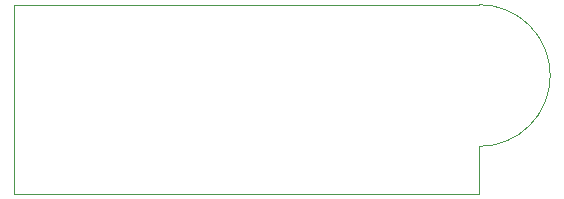
<source format=gbr>
%TF.GenerationSoftware,KiCad,Pcbnew,(6.0.2)*%
%TF.CreationDate,2022-06-11T15:58:10+03:00*%
%TF.ProjectId,keyholder,6b657968-6f6c-4646-9572-2e6b69636164,rev?*%
%TF.SameCoordinates,Original*%
%TF.FileFunction,Profile,NP*%
%FSLAX46Y46*%
G04 Gerber Fmt 4.6, Leading zero omitted, Abs format (unit mm)*
G04 Created by KiCad (PCBNEW (6.0.2)) date 2022-06-11 15:58:10*
%MOMM*%
%LPD*%
G01*
G04 APERTURE LIST*
%TA.AperFunction,Profile*%
%ADD10C,0.100000*%
%TD*%
G04 APERTURE END LIST*
D10*
X60000000Y-130000000D02*
X60000000Y-114000000D01*
X60000000Y-114000000D02*
X99400000Y-114000000D01*
X99400000Y-130000000D02*
X60000000Y-130000000D01*
X99400000Y-126000000D02*
X99400000Y-130000000D01*
X99400000Y-126000000D02*
G75*
G03*
X99400000Y-114000000I0J6000000D01*
G01*
M02*

</source>
